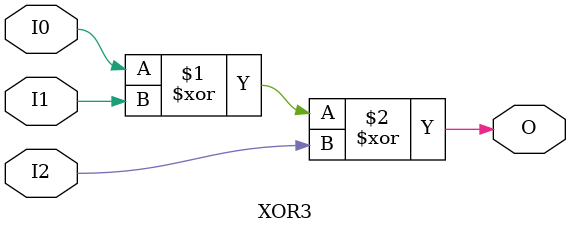
<source format=v>

`timescale  100 ps / 10 ps


module XOR3 (O, I0, I1, I2);

    output O;

    input  I0, I1, I2;

	xor X1 (O, I0, I1, I2);


endmodule


</source>
